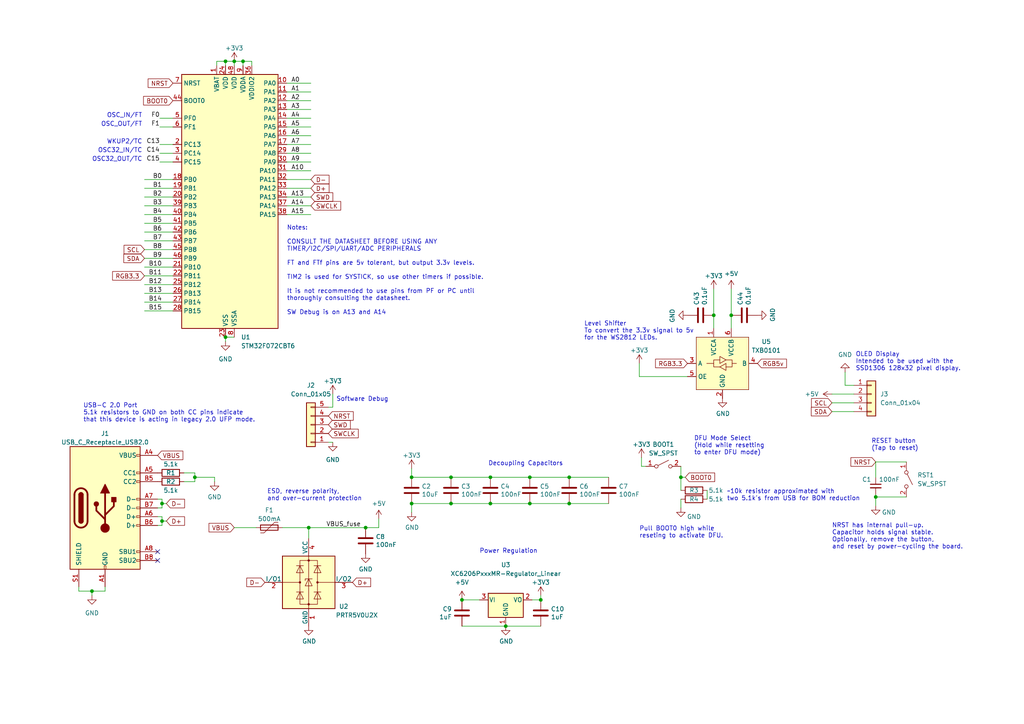
<source format=kicad_sch>
(kicad_sch (version 20250114) (generator "eeschema") (generator_version "9.0")
  (paper "A4")
  (lib_symbols
    (symbol "+5V_1" (power) (pin_names (offset 0))
      (property "Value" "+5V_1" (at 0 3.556 0))
      (symbol "+5V_1_0_1"
        (polyline (pts (xy -0.762 1.27) (xy 0 2.54)))
        (polyline (pts (xy 0 2.54) (xy 0.762 1.27)))
        (polyline (pts (xy 0 0) (xy 0 2.54)))
      )
      (symbol "+5V_1_1_1"
        (pin power_in line (at 0 0 90) (length 0) (hide yes) (name "+5V") (number "1"))
      )
    )
    (symbol "Connector:USB_C_Receptacle_USB2.0" (pin_names (offset 1.016))
      (property "Reference" "J" (at -10.16 19.05 0))
      (property "Value" "USB_C_Receptacle_USB2.0" (at 19.05 19.05 0))
      (symbol "USB_C_Receptacle_USB2.0_0_0"
        (rectangle (start -0.254 -17.78) (end 0.254 -16.764))
        (rectangle (start 10.16 15.494) (end 9.144 14.986))
        (rectangle (start 10.16 10.414) (end 9.144 9.906))
        (rectangle (start 10.16 7.874) (end 9.144 7.366))
        (rectangle (start 10.16 2.794) (end 9.144 2.286))
        (rectangle (start 10.16 0.254) (end 9.144 -0.254))
        (rectangle (start 10.16 -2.286) (end 9.144 -2.794))
        (rectangle (start 10.16 -4.826) (end 9.144 -5.334))
        (rectangle (start 10.16 -12.446) (end 9.144 -12.954))
        (rectangle (start 10.16 -14.986) (end 9.144 -15.494))
      )
      (symbol "USB_C_Receptacle_USB2.0_0_1"
        (rectangle (start -10.16 17.78) (end 10.16 -17.78) (stroke (width 0.254)) (fill (type background)))
        (polyline (pts (xy -8.89 -3.81) (xy -8.89 3.81)) (stroke (width 0.508)))
        (rectangle (start -7.62 -3.81) (end -6.35 3.81) (stroke (width 0.254)) (fill (type outline)))
        (arc (start -7.62 3.81) (mid -6.985 4.4423) (end -6.35 3.81) (stroke (width 0.254)))
        (arc (start -7.62 3.81) (mid -6.985 4.4423) (end -6.35 3.81) (stroke (width 0.254)) (fill (type outline)))
        (arc (start -8.89 3.81) (mid -6.985 5.7067) (end -5.08 3.81) (stroke (width 0.508)))
        (arc (start -5.08 -3.81) (mid -6.985 -5.7067) (end -8.89 -3.81) (stroke (width 0.508)))
        (arc (start -6.35 -3.81) (mid -6.985 -4.4423) (end -7.62 -3.81) (stroke (width 0.254)))
        (arc (start -6.35 -3.81) (mid -6.985 -4.4423) (end -7.62 -3.81) (stroke (width 0.254)) (fill (type outline)))
        (polyline (pts (xy -5.08 3.81) (xy -5.08 -3.81)) (stroke (width 0.508)))
        (circle (center -2.54 1.143) (radius 0.635) (stroke (width 0.254)) (fill (type outline)))
        (polyline (pts (xy -1.27 4.318) (xy 0 6.858) (xy 1.27 4.318) (xy -1.27 4.318)) (stroke (width 0.254)) (fill (type outline)))
        (polyline (pts (xy 0 -2.032) (xy 2.54 0.508) (xy 2.54 1.778)) (stroke (width 0.508)))
        (polyline (pts (xy 0 -3.302) (xy -2.54 -0.762) (xy -2.54 0.508)) (stroke (width 0.508)))
        (polyline (pts (xy 0 -5.842) (xy 0 4.318)) (stroke (width 0.508)))
        (circle (center 0 -5.842) (radius 1.27) (fill (type outline)))
        (rectangle (start 1.905 1.778) (end 3.175 3.048) (stroke (width 0.254)) (fill (type outline)))
      )
      (symbol "USB_C_Receptacle_USB2.0_1_1"
        (pin passive line (at -7.62 -22.86 90) (length 5.08) (name "SHIELD") (number "S1"))
        (pin passive line (at 0 -22.86 90) (length 5.08) (name "GND") (number "A1"))
        (pin passive line (at 0 -22.86 90) (length 5.08) (hide yes) (name "GND") (number "A12"))
        (pin passive line (at 0 -22.86 90) (length 5.08) (hide yes) (name "GND") (number "B1"))
        (pin passive line (at 0 -22.86 90) (length 5.08) (hide yes) (name "GND") (number "B12"))
        (pin passive line (at 15.24 15.24 180) (length 5.08) (name "VBUS") (number "A4"))
        (pin passive line (at 15.24 15.24 180) (length 5.08) (hide yes) (name "VBUS") (number "A9"))
        (pin passive line (at 15.24 15.24 180) (length 5.08) (hide yes) (name "VBUS") (number "B4"))
        (pin passive line (at 15.24 15.24 180) (length 5.08) (hide yes) (name "VBUS") (number "B9"))
        (pin bidirectional line (at 15.24 10.16 180) (length 5.08) (name "CC1") (number "A5"))
        (pin bidirectional line (at 15.24 7.62 180) (length 5.08) (name "CC2") (number "B5"))
        (pin bidirectional line (at 15.24 2.54 180) (length 5.08) (name "D-") (number "A7"))
        (pin bidirectional line (at 15.24 0 180) (length 5.08) (name "D-") (number "B7"))
        (pin bidirectional line (at 15.24 -2.54 180) (length 5.08) (name "D+") (number "A6"))
        (pin bidirectional line (at 15.24 -5.08 180) (length 5.08) (name "D+") (number "B6"))
        (pin bidirectional line (at 15.24 -12.7 180) (length 5.08) (name "SBU1") (number "A8"))
        (pin bidirectional line (at 15.24 -15.24 180) (length 5.08) (name "SBU2") (number "B8"))
      )
    )
    (symbol "Connector_Generic:Conn_01x04" (pin_names (offset 1.016) (hide yes))
      (property "Reference" "J" (at 0 5.08 0))
      (property "Value" "Conn_01x04" (at 0 -7.62 0))
      (symbol "Conn_01x04_1_1"
        (rectangle (start -1.27 3.81) (end 1.27 -6.35) (stroke (width 0.254)) (fill (type background)))
        (rectangle (start -1.27 2.667) (end 0 2.413) (stroke (width 0.1524)))
        (rectangle (start -1.27 0.127) (end 0 -0.127) (stroke (width 0.1524)))
        (rectangle (start -1.27 -2.413) (end 0 -2.667) (stroke (width 0.1524)))
        (rectangle (start -1.27 -4.953) (end 0 -5.207) (stroke (width 0.1524)))
        (pin passive line (at -5.08 2.54 0) (length 3.81) (name "Pin_1") (number "1"))
        (pin passive line (at -5.08 0 0) (length 3.81) (name "Pin_2") (number "2"))
        (pin passive line (at -5.08 -2.54 0) (length 3.81) (name "Pin_3") (number "3"))
        (pin passive line (at -5.08 -5.08 0) (length 3.81) (name "Pin_4") (number "4"))
      )
    )
    (symbol "Connector_Generic:Conn_01x05" (pin_names (offset 1.016) (hide yes))
      (property "Reference" "J" (at 0 7.62 0))
      (property "Value" "Conn_01x05" (at 0 -7.62 0))
      (symbol "Conn_01x05_1_1"
        (rectangle (start -1.27 6.35) (end 1.27 -6.35) (stroke (width 0.254)) (fill (type background)))
        (rectangle (start -1.27 5.207) (end 0 4.953) (stroke (width 0.1524)))
        (rectangle (start -1.27 2.667) (end 0 2.413) (stroke (width 0.1524)))
        (rectangle (start -1.27 0.127) (end 0 -0.127) (stroke (width 0.1524)))
        (rectangle (start -1.27 -2.413) (end 0 -2.667) (stroke (width 0.1524)))
        (rectangle (start -1.27 -4.953) (end 0 -5.207) (stroke (width 0.1524)))
        (pin passive line (at -5.08 5.08 0) (length 3.81) (name "Pin_1") (number "1"))
        (pin passive line (at -5.08 2.54 0) (length 3.81) (name "Pin_2") (number "2"))
        (pin passive line (at -5.08 0 0) (length 3.81) (name "Pin_3") (number "3"))
        (pin passive line (at -5.08 -2.54 0) (length 3.81) (name "Pin_4") (number "4"))
        (pin passive line (at -5.08 -5.08 0) (length 3.81) (name "Pin_5") (number "5"))
      )
    )
    (symbol "Device:C" (pin_numbers (hide yes)) (pin_names (offset 0.254))
      (property "Reference" "C" (at 0.635 2.54 0))
      (property "Value" "C" (at 0.635 -2.54 0))
      (symbol "C_0_1"
        (polyline (pts (xy -2.032 0.762) (xy 2.032 0.762)) (stroke (width 0.508)))
        (polyline (pts (xy -2.032 -0.762) (xy 2.032 -0.762)) (stroke (width 0.508)))
      )
      (symbol "C_1_1"
        (pin passive line (at 0 3.81 270) (length 2.794) (name "~") (number "1"))
        (pin passive line (at 0 -3.81 90) (length 2.794) (name "~") (number "2"))
      )
    )
    (symbol "Device:C_Small" (pin_numbers (hide yes)) (pin_names (offset 0.254) (hide yes))
      (property "Reference" "C" (at 0.254 1.778 0))
      (property "Value" "C_Small" (at 0.254 -2.032 0))
      (symbol "C_Small_0_1"
        (polyline (pts (xy -1.524 0.508) (xy 1.524 0.508)) (stroke (width 0.3048)))
        (polyline (pts (xy -1.524 -0.508) (xy 1.524 -0.508)) (stroke (width 0.3302)))
      )
      (symbol "C_Small_1_1"
        (pin passive line (at 0 2.54 270) (length 2.032) (name "~") (number "1"))
        (pin passive line (at 0 -2.54 90) (length 2.032) (name "~") (number "2"))
      )
    )
    (symbol "Device:Polyfuse" (pin_numbers (hide yes)) (pin_names (offset 0))
      (property "Reference" "F" (at -2.54 0 90))
      (property "Value" "Polyfuse" (at 2.54 0 90))
      (symbol "Polyfuse_0_1"
        (polyline (pts (xy -1.524 2.54) (xy -1.524 1.524) (xy 1.524 -1.524) (xy 1.524 -2.54)))
        (rectangle (start -0.762 2.54) (end 0.762 -2.54) (stroke (width 0.254)))
        (polyline (pts (xy 0 2.54) (xy 0 -2.54)))
      )
      (symbol "Polyfuse_1_1"
        (pin passive line (at 0 3.81 270) (length 1.27) (name "~") (number "1"))
        (pin passive line (at 0 -3.81 90) (length 1.27) (name "~") (number "2"))
      )
    )
    (symbol "Device:R" (pin_numbers (hide yes)) (pin_names (offset 0))
      (property "Reference" "R" (at 2.032 0 90))
      (property "Value" "R" (at 0 0 90))
      (symbol "R_0_1"
        (rectangle (start -1.016 -2.54) (end 1.016 2.54) (stroke (width 0.254)))
      )
      (symbol "R_1_1"
        (pin passive line (at 0 3.81 270) (length 1.27) (name "~") (number "1"))
        (pin passive line (at 0 -3.81 90) (length 1.27) (name "~") (number "2"))
      )
    )
    (symbol "MCU_ST_STM32F0:STM32F072CBTx"
      (property "Reference" "U" (at -12.7 39.37 0))
      (property "Value" "STM32F072CBTx" (at 10.16 39.37 0))
      (symbol "STM32F072CBTx_0_1"
        (rectangle (start -12.7 -35.56) (end 15.24 38.1) (stroke (width 0.254)) (fill (type background)))
      )
      (symbol "STM32F072CBTx_1_1"
        (pin input line (at -15.24 35.56 0) (length 2.54) (name "NRST") (number "7"))
        (pin input line (at -15.24 30.48 0) (length 2.54) (name "BOOT0") (number "44"))
        (pin bidirectional line (at -15.24 25.4 0) (length 2.54) (name "PF0") (number "5"))
        (pin bidirectional line (at -15.24 22.86 0) (length 2.54) (name "PF1") (number "6"))
        (pin bidirectional line (at -15.24 17.78 0) (length 2.54) (name "PC13") (number "2"))
        (pin bidirectional line (at -15.24 15.24 0) (length 2.54) (name "PC14") (number "3"))
        (pin bidirectional line (at -15.24 12.7 0) (length 2.54) (name "PC15") (number "4"))
        (pin bidirectional line (at -15.24 7.62 0) (length 2.54) (name "PB0") (number "18"))
        (pin bidirectional line (at -15.24 5.08 0) (length 2.54) (name "PB1") (number "19"))
        (pin bidirectional line (at -15.24 2.54 0) (length 2.54) (name "PB2") (number "20"))
        (pin bidirectional line (at -15.24 0 0) (length 2.54) (name "PB3") (number "39"))
        (pin bidirectional line (at -15.24 -2.54 0) (length 2.54) (name "PB4") (number "40"))
        (pin bidirectional line (at -15.24 -5.08 0) (length 2.54) (name "PB5") (number "41"))
        (pin bidirectional line (at -15.24 -7.62 0) (length 2.54) (name "PB6") (number "42"))
        (pin bidirectional line (at -15.24 -10.16 0) (length 2.54) (name "PB7") (number "43"))
        (pin bidirectional line (at -15.24 -12.7 0) (length 2.54) (name "PB8") (number "45"))
        (pin bidirectional line (at -15.24 -15.24 0) (length 2.54) (name "PB9") (number "46"))
        (pin bidirectional line (at -15.24 -17.78 0) (length 2.54) (name "PB10") (number "21"))
        (pin bidirectional line (at -15.24 -20.32 0) (length 2.54) (name "PB11") (number "22"))
        (pin bidirectional line (at -15.24 -22.86 0) (length 2.54) (name "PB12") (number "25"))
        (pin bidirectional line (at -15.24 -25.4 0) (length 2.54) (name "PB13") (number "26"))
        (pin bidirectional line (at -15.24 -27.94 0) (length 2.54) (name "PB14") (number "27"))
        (pin bidirectional line (at -15.24 -30.48 0) (length 2.54) (name "PB15") (number "28"))
        (pin power_in line (at -2.54 40.64 270) (length 2.54) (name "VBAT") (number "1"))
        (pin power_in line (at 0 40.64 270) (length 2.54) (name "VDD") (number "24"))
        (pin power_in line (at 0 -38.1 90) (length 2.54) (name "VSS") (number "23"))
        (pin passive line (at 0 -38.1 90) (length 2.54) (hide yes) (name "VSS") (number "35"))
        (pin passive line (at 0 -38.1 90) (length 2.54) (hide yes) (name "VSS") (number "47"))
        (pin power_in line (at 2.54 40.64 270) (length 2.54) (name "VDD") (number "48"))
        (pin power_in line (at 2.54 -38.1 90) (length 2.54) (name "VSSA") (number "8"))
        (pin power_in line (at 5.08 40.64 270) (length 2.54) (name "VDDA") (number "9"))
        (pin power_in line (at 7.62 40.64 270) (length 2.54) (name "VDDIO2") (number "36"))
        (pin bidirectional line (at 17.78 35.56 180) (length 2.54) (name "PA0") (number "10"))
        (pin bidirectional line (at 17.78 33.02 180) (length 2.54) (name "PA1") (number "11"))
        (pin bidirectional line (at 17.78 30.48 180) (length 2.54) (name "PA2") (number "12"))
        (pin bidirectional line (at 17.78 27.94 180) (length 2.54) (name "PA3") (number "13"))
        (pin bidirectional line (at 17.78 25.4 180) (length 2.54) (name "PA4") (number "14"))
        (pin bidirectional line (at 17.78 22.86 180) (length 2.54) (name "PA5") (number "15"))
        (pin bidirectional line (at 17.78 20.32 180) (length 2.54) (name "PA6") (number "16"))
        (pin bidirectional line (at 17.78 17.78 180) (length 2.54) (name "PA7") (number "17"))
        (pin bidirectional line (at 17.78 15.24 180) (length 2.54) (name "PA8") (number "29"))
        (pin bidirectional line (at 17.78 12.7 180) (length 2.54) (name "PA9") (number "30"))
        (pin bidirectional line (at 17.78 10.16 180) (length 2.54) (name "PA10") (number "31"))
        (pin bidirectional line (at 17.78 7.62 180) (length 2.54) (name "PA11") (number "32"))
        (pin bidirectional line (at 17.78 5.08 180) (length 2.54) (name "PA12") (number "33"))
        (pin bidirectional line (at 17.78 2.54 180) (length 2.54) (name "PA13") (number "34"))
        (pin bidirectional line (at 17.78 0 180) (length 2.54) (name "PA14") (number "37"))
        (pin bidirectional line (at 17.78 -2.54 180) (length 2.54) (name "PA15") (number "38"))
      )
    )
    (symbol "PCM_marbastlib-various:TXB0101"
      (property "Reference" "U" (at -6.35 11.43 0))
      (property "Value" "TXB0101" (at 3.81 11.43 0))
      (symbol "TXB0101_0_1"
        (rectangle (start -7.62 10.16) (end 7.62 -5.08) (fill (type background)))
        (polyline (pts (xy -2.54 2.54) (xy -2.54 3.556) (xy -0.762 3.556)))
        (polyline (pts (xy -0.762 2.54) (xy -0.762 4.572) (xy 1.016 3.556) (xy -0.762 2.54)))
        (polyline (pts (xy -0.762 1.524) (xy -2.54 1.524) (xy -2.54 2.54) (xy -4.572 2.54)))
        (polyline (pts (xy 1.016 3.556) (xy 2.794 3.556) (xy 2.794 2.54) (xy 4.064 2.54)))
        (polyline (pts (xy 1.016 2.54) (xy 1.016 0.762) (xy 1.016 0.508) (xy -0.762 1.524) (xy 1.016 2.54)))
        (polyline (pts (xy 2.794 2.54) (xy 2.794 1.524) (xy 1.016 1.524)))
      )
      (symbol "TXB0101_1_1"
        (pin bidirectional line (at -10.16 2.54 0) (length 2.54) (name "A") (number "3"))
        (pin input line (at -10.16 -1.27 0) (length 2.54) (name "OE") (number "5"))
        (pin power_in line (at -2.54 12.7 270) (length 2.54) (name "VCCA") (number "1"))
        (pin power_in line (at 0 -7.62 90) (length 2.54) (name "GND") (number "2"))
        (pin power_in line (at 2.54 12.7 270) (length 2.54) (name "VCCB") (number "6"))
        (pin bidirectional line (at 10.16 2.54 180) (length 2.54) (name "B") (number "4"))
      )
    )
    (symbol "Power_Protection:PRTR5V0U2X" (pin_names (offset 0))
      (property "Reference" "D" (at 2.794 8.636 0))
      (property "Value" "PRTR5V0U2X" (at 8.128 -9.398 0))
      (symbol "PRTR5V0U2X_0_1"
        (rectangle (start -7.62 -7.62) (end 7.62 7.62) (stroke (width 0.254)) (fill (type background)))
        (polyline (pts (xy -3.556 2.794) (xy -1.524 2.794) (xy -2.54 4.826) (xy -3.556 2.794)))
        (polyline (pts (xy -3.556 -4.826) (xy -1.524 -4.826) (xy -2.54 -2.794) (xy -3.556 -4.826)))
        (rectangle (start -2.54 6.35) (end 2.54 -6.35))
        (circle (center -2.54 0) (radius 0.254) (fill (type outline)))
        (polyline (pts (xy -2.54 0) (xy -7.62 0)))
        (polyline (pts (xy -1.524 4.826) (xy -3.556 4.826)))
        (polyline (pts (xy -1.524 -2.794) (xy -3.556 -2.794)))
        (polyline (pts (xy -1.016 -1.016) (xy 1.016 -1.016) (xy 0 1.016) (xy -1.016 -1.016)))
        (circle (center 0 6.35) (radius 0.254) (fill (type outline)))
        (circle (center 0 -6.35) (radius 0.254) (fill (type outline)))
        (polyline (pts (xy 0 -7.62) (xy 0 7.62)))
        (polyline (pts (xy 1.016 1.016) (xy -1.016 1.016) (xy -1.016 0.508)))
        (polyline (pts (xy 1.524 4.826) (xy 3.556 4.826)))
        (polyline (pts (xy 1.524 -2.794) (xy 3.556 -2.794)))
        (polyline (pts (xy 2.54 0) (xy 7.62 0)))
        (circle (center 2.54 0) (radius 0.254) (fill (type outline)))
        (polyline (pts (xy 3.556 2.794) (xy 1.524 2.794) (xy 2.54 4.826) (xy 3.556 2.794)))
        (polyline (pts (xy 3.556 -4.826) (xy 1.524 -4.826) (xy 2.54 -2.794) (xy 3.556 -4.826)))
      )
      (symbol "PRTR5V0U2X_1_1"
        (pin passive line (at -12.7 0 0) (length 5.08) (name "I/O1") (number "2"))
        (pin passive line (at 0 12.7 270) (length 5.08) (name "VCC") (number "4"))
        (pin passive line (at 0 -12.7 90) (length 5.08) (name "GND") (number "1"))
        (pin passive line (at 12.7 0 180) (length 5.08) (name "I/O2") (number "3"))
      )
    )
    (symbol "Switch:SW_SPST" (pin_names (offset 0) (hide yes))
      (property "Reference" "SW" (at 0 3.175 0))
      (property "Value" "SW_SPST" (at 0 -2.54 0))
      (symbol "SW_SPST_0_0"
        (circle (center -2.032 0) (radius 0.508))
        (polyline (pts (xy -1.524 0.254) (xy 1.524 1.778)))
        (circle (center 2.032 0) (radius 0.508))
      )
      (symbol "SW_SPST_1_1"
        (pin passive line (at -5.08 0 0) (length 2.54) (name "A") (number "1"))
        (pin passive line (at 5.08 0 180) (length 2.54) (name "B") (number "2"))
      )
    )
    (symbol "kicad-keyboard-parts:XC6206PxxxMR-Regulator_Linear" (pin_names (offset 0.254))
      (property "Reference" "U" (at -3.81 3.175 0))
      (property "Value" "XC6206PxxxMR-Regulator_Linear" (at 0 3.175 0))
      (property "LCSC" "C5446" (at 0 0 0))
      (symbol "XC6206PxxxMR-Regulator_Linear_0_1"
        (rectangle (start -5.08 1.905) (end 5.08 -5.08) (stroke (width 0.254)) (fill (type background)))
      )
      (symbol "XC6206PxxxMR-Regulator_Linear_1_1"
        (pin power_in line (at -7.62 0 0) (length 2.54) (name "VI") (number "3"))
        (pin power_in line (at 0 -7.62 90) (length 2.54) (name "GND") (number "1"))
        (pin power_out line (at 7.62 0 180) (length 2.54) (name "VO") (number "2"))
      )
    )
    (symbol "power:+3V3" (power) (pin_names (offset 0))
      (property "Value" "+3V3" (at 0 3.556 0))
      (symbol "+3V3_0_1"
        (polyline (pts (xy -0.762 1.27) (xy 0 2.54)))
        (polyline (pts (xy 0 2.54) (xy 0.762 1.27)))
        (polyline (pts (xy 0 0) (xy 0 2.54)))
      )
      (symbol "+3V3_1_1"
        (pin power_in line (at 0 0 90) (length 0) (hide yes) (name "+3V3") (number "1"))
      )
    )
    (symbol "power:+5V" (power) (pin_names (offset 0))
      (property "Value" "+5V" (at 0 3.556 0))
      (symbol "+5V_0_1"
        (polyline (pts (xy -0.762 1.27) (xy 0 2.54)))
        (polyline (pts (xy 0 2.54) (xy 0.762 1.27)))
        (polyline (pts (xy 0 0) (xy 0 2.54)))
      )
      (symbol "+5V_1_1"
        (pin power_in line (at 0 0 90) (length 0) (hide yes) (name "+5V") (number "1"))
      )
    )
    (symbol "power:GND" (power) (pin_names (offset 0))
      (property "Value" "GND" (at 0 -3.81 0))
      (symbol "GND_0_1"
        (polyline (pts (xy 0 0) (xy 0 -1.27) (xy 1.27 -1.27) (xy 0 -2.54) (xy -1.27 -1.27) (xy 0 -1.27)))
      )
      (symbol "GND_1_1"
        (pin power_in line (at 0 0 270) (length 0) (hide yes) (name "GND") (number "1"))
      )
    )
  )
  (text "Decoupling Capacitors" (at 141.605 135.255 0) (effects (font (size 1.27 1.27)) (justify left bottom)))
  (text "~10k resistor approximated with\ntwo 5.1k's from USB for BOM reduction" (at 210.82 145.415 0) (effects (font (size 1.27 1.27)) (justify left bottom)))
  (text "Notes:\n\nCONSULT THE DATASHEET BEFORE USING ANY \nTIMER/I2C/SPI/UART/ADC PERIPHERALS\n\nFT and FTf pins are 5v tolerant, but output 3.3v levels.\n\nTIM2 is used for SYSTICK, so use other timers if possible.\n\nIt is not recommended to use pins from PF or PC until\nthoroughly consulting the datasheet.\n\nSW Debug is on A13 and A14" (at 83.185 91.44 0) (effects (font (size 1.27 1.27)) (justify left bottom)))
  (text "RESET button\n(Tap to reset)" (at 252.73 130.81 0) (effects (font (size 1.27 1.27)) (justify left bottom)))
  (text "Power Regulation" (at 139.065 160.655 0) (effects (font (size 1.27 1.27)) (justify left bottom)))
  (text "OSC_IN/FT" (at 41.275 34.29 0) (effects (font (size 1.27 1.27)) (justify right bottom)))
  (text "OLED Display\nIntended to be used with the \nSSD1306 128x32 pixel display." (at 248.158 107.696 0) (effects (font (size 1.27 1.27)) (justify left bottom)))
  (text "OSC32_OUT/TC" (at 41.275 46.99 0) (effects (font (size 1.27 1.27)) (justify right bottom)))
  (text "USB-C 2.0 Port\n5.1k resistors to GND on both CC pins indicate\nthat this device is acting in legacy 2.0 UFP mode." (at 24.13 122.555 0) (effects (font (size 1.27 1.27)) (justify left bottom)))
  (text "WKUP2/TC" (at 41.275 41.91 0) (effects (font (size 1.27 1.27)) (justify right bottom)))
  (text "OSC_OUT/FT" (at 41.275 36.83 0) (effects (font (size 1.27 1.27)) (justify right bottom)))
  (text "ESD, reverse polarity,\nand over-current protection" (at 77.47 145.415 0) (effects (font (size 1.27 1.27)) (justify left bottom)))
  (text "Software Debug" (at 97.536 116.586 0) (effects (font (size 1.27 1.27)) (justify left bottom)))
  (text "NRST has internal pull-up.\nCapacitor holds signal stable.\nOptionally, remove the button,\nand reset by power-cycling the board." (at 241.3 159.385 0) (effects (font (size 1.27 1.27)) (justify left bottom)))
  (text "OSC32_IN/TC" (at 41.275 44.45 0) (effects (font (size 1.27 1.27)) (justify right bottom)))
  (text "Pull BOOT0 high while \nreseting to activate DFU." (at 185.42 156.21 0) (effects (font (size 1.27 1.27)) (justify left bottom)))
  (text "Level Shifter\nTo convert the 3.3v signal to 5v\nfor the WS2812 LEDs." (at 169.418 98.806 0) (effects (font (size 1.27 1.27)) (justify left bottom)))
  (text "DFU Mode Select\n(Hold while resetting\nto enter DFU mode)" (at 201.295 132.08 0) (effects (font (size 1.27 1.27)) (justify left bottom)))
  (junction (at 119.38 138.43))
  (junction (at 207.01 91.44))
  (junction (at 56.515 138.43))
  (junction (at 65.405 17.78))
  (junction (at 67.945 17.78))
  (junction (at 46.99 151.13))
  (junction (at 46.99 146.05))
  (junction (at 153.67 138.43))
  (junction (at 89.535 153.035))
  (junction (at 119.38 146.05))
  (junction (at 65.405 97.79))
  (junction (at 130.81 138.43))
  (junction (at 165.1 138.43))
  (junction (at 130.81 146.05))
  (junction (at 197.485 138.43))
  (junction (at 212.09 91.44))
  (junction (at 142.24 138.43))
  (junction (at 146.685 181.61) (diameter 0.9144))
  (junction (at 142.24 146.05))
  (junction (at 106.045 153.035))
  (junction (at 165.1 146.05))
  (junction (at 70.485 17.78))
  (junction (at 153.67 146.05))
  (junction (at 254 144.145))
  (junction (at 156.845 173.99))
  (junction (at 26.67 171.45))
  (junction (at 133.985 173.99))
  (no_connect (at 45.72 160.02))
  (no_connect (at 45.72 162.56))
  (wire (pts (xy 41.91 82.55) (xy 50.165 82.55)))
  (wire (pts (xy 83.185 44.45) (xy 90.17 44.45)))
  (wire (pts (xy 83.185 39.37) (xy 90.17 39.37)))
  (wire (pts (xy 165.1 146.05) (xy 176.53 146.05)))
  (wire (pts (xy 106.045 153.035) (xy 109.855 153.035)))
  (wire (pts (xy 119.38 135.89) (xy 119.38 138.43)))
  (wire (pts (xy 109.855 150.495) (xy 109.855 153.035)))
  (wire (pts (xy 41.91 85.09) (xy 50.165 85.09)))
  (wire (pts (xy 142.24 138.43) (xy 130.81 138.43)))
  (wire (pts (xy 46.99 144.78) (xy 46.99 146.05)))
  (wire (pts (xy 62.23 138.43) (xy 62.23 139.7)))
  (wire (pts (xy 207.01 83.82) (xy 207.01 91.44)))
  (wire (pts (xy 83.185 57.15) (xy 90.17 57.15)))
  (wire (pts (xy 46.99 152.4) (xy 46.99 151.13)))
  (wire (pts (xy 46.355 44.45) (xy 50.165 44.45)))
  (wire (pts (xy 130.81 138.43) (xy 119.38 138.43)))
  (wire (pts (xy 142.24 146.05) (xy 153.67 146.05)))
  (wire (pts (xy 96.52 114.3) (xy 96.52 118.11)))
  (wire (pts (xy 65.405 17.78) (xy 65.405 19.05)))
  (wire (pts (xy 119.38 148.59) (xy 119.38 146.05)))
  (wire (pts (xy 83.185 54.61) (xy 90.17 54.61)))
  (wire (pts (xy 185.42 109.22) (xy 199.39 109.22)))
  (wire (pts (xy 41.91 59.69) (xy 50.165 59.69)))
  (wire (pts (xy 46.355 36.83) (xy 50.165 36.83)))
  (wire (pts (xy 56.515 139.7) (xy 56.515 138.43)))
  (wire (pts (xy 41.91 72.39) (xy 50.165 72.39)))
  (wire (pts (xy 46.355 46.99) (xy 50.165 46.99)))
  (wire (pts (xy 41.91 69.85) (xy 50.165 69.85)))
  (wire (pts (xy 146.685 181.61) (xy 156.845 181.61)))
  (wire (pts (xy 197.485 135.255) (xy 197.485 138.43)))
  (wire (pts (xy 65.405 99.06) (xy 65.405 97.79)))
  (wire (pts (xy 45.72 149.86) (xy 46.99 149.86)))
  (wire (pts (xy 56.515 138.43) (xy 62.23 138.43)))
  (wire (pts (xy 156.845 172.72) (xy 156.845 173.99)))
  (wire (pts (xy 83.185 62.23) (xy 90.17 62.23)))
  (wire (pts (xy 65.405 97.79) (xy 67.945 97.79)))
  (wire (pts (xy 241.3 119.38) (xy 247.65 119.38)))
  (wire (pts (xy 83.185 49.53) (xy 90.17 49.53)))
  (wire (pts (xy 153.67 138.43) (xy 165.1 138.43)))
  (wire (pts (xy 96.52 118.11) (xy 95.25 118.11)))
  (wire (pts (xy 62.865 17.78) (xy 65.405 17.78)))
  (wire (pts (xy 83.185 34.29) (xy 90.17 34.29)))
  (wire (pts (xy 41.91 80.01) (xy 50.165 80.01)))
  (wire (pts (xy 205.105 142.24) (xy 205.105 144.78)))
  (wire (pts (xy 41.91 87.63) (xy 50.165 87.63)))
  (wire (pts (xy 41.91 57.15) (xy 50.165 57.15)))
  (wire (pts (xy 46.99 146.05) (xy 46.99 147.32)))
  (wire (pts (xy 83.185 59.69) (xy 90.17 59.69)))
  (wire (pts (xy 65.405 17.78) (xy 67.945 17.78)))
  (wire (pts (xy 185.42 109.22) (xy 185.42 105.41)))
  (wire (pts (xy 212.09 83.82) (xy 212.09 91.44)))
  (wire (pts (xy 62.865 17.78) (xy 62.865 19.05)))
  (wire (pts (xy 46.355 41.91) (xy 50.165 41.91)))
  (wire (pts (xy 133.985 173.99) (xy 139.065 173.99)))
  (wire (pts (xy 154.305 173.99) (xy 156.845 173.99)))
  (wire (pts (xy 67.945 153.035) (xy 74.295 153.035)))
  (wire (pts (xy 142.24 146.05) (xy 130.81 146.05)))
  (wire (pts (xy 41.91 54.61) (xy 50.165 54.61)))
  (wire (pts (xy 254 133.985) (xy 254 138.43)))
  (wire (pts (xy 197.485 138.43) (xy 197.485 142.24)))
  (wire (pts (xy 45.72 147.32) (xy 46.99 147.32)))
  (wire (pts (xy 197.485 144.78) (xy 197.485 147.32)))
  (wire (pts (xy 254 133.985) (xy 262.89 133.985)))
  (wire (pts (xy 130.81 146.05) (xy 119.38 146.05)))
  (wire (pts (xy 83.185 24.13) (xy 90.17 24.13)))
  (wire (pts (xy 254 144.145) (xy 262.89 144.145)))
  (wire (pts (xy 30.48 171.45) (xy 30.48 170.18)))
  (wire (pts (xy 46.99 149.86) (xy 46.99 151.13)))
  (wire (pts (xy 241.3 114.3) (xy 247.65 114.3)))
  (wire (pts (xy 95.25 128.27) (xy 96.52 128.27)))
  (wire (pts (xy 83.185 29.21) (xy 90.17 29.21)))
  (wire (pts (xy 22.86 171.45) (xy 26.67 171.45)))
  (wire (pts (xy 89.535 153.035) (xy 106.045 153.035)))
  (wire (pts (xy 83.185 46.99) (xy 90.17 46.99)))
  (wire (pts (xy 142.24 138.43) (xy 153.67 138.43)))
  (wire (pts (xy 197.485 138.43) (xy 198.755 138.43)))
  (wire (pts (xy 46.99 146.05) (xy 48.26 146.05)))
  (wire (pts (xy 70.485 17.78) (xy 67.945 17.78)))
  (wire (pts (xy 41.91 67.31) (xy 50.165 67.31)))
  (wire (pts (xy 46.99 151.13) (xy 48.26 151.13)))
  (wire (pts (xy 73.025 17.78) (xy 73.025 19.05)))
  (wire (pts (xy 83.185 36.83) (xy 90.17 36.83)))
  (wire (pts (xy 247.65 111.76) (xy 245.11 111.76)))
  (wire (pts (xy 41.91 52.07) (xy 50.165 52.07)))
  (wire (pts (xy 146.685 181.61) (xy 133.985 181.61)))
  (wire (pts (xy 41.91 90.17) (xy 50.165 90.17)))
  (wire (pts (xy 41.91 74.93) (xy 50.165 74.93)))
  (wire (pts (xy 45.72 144.78) (xy 46.99 144.78)))
  (wire (pts (xy 83.185 31.75) (xy 90.17 31.75)))
  (wire (pts (xy 67.945 17.78) (xy 67.945 19.05)))
  (wire (pts (xy 187.325 135.255) (xy 186.055 135.255)))
  (wire (pts (xy 165.1 138.43) (xy 176.53 138.43)))
  (wire (pts (xy 26.67 171.45) (xy 30.48 171.45)))
  (wire (pts (xy 45.72 152.4) (xy 46.99 152.4)))
  (wire (pts (xy 207.01 91.44) (xy 207.01 95.25)))
  (wire (pts (xy 83.185 52.07) (xy 90.17 52.07)))
  (wire (pts (xy 46.355 34.29) (xy 50.165 34.29)))
  (wire (pts (xy 26.67 172.72) (xy 26.67 171.45)))
  (wire (pts (xy 41.91 77.47) (xy 50.165 77.47)))
  (wire (pts (xy 245.11 111.76) (xy 245.11 107.95)))
  (wire (pts (xy 70.485 17.78) (xy 70.485 19.05)))
  (wire (pts (xy 186.055 135.255) (xy 186.055 132.715)))
  (wire (pts (xy 53.34 139.7) (xy 56.515 139.7)))
  (wire (pts (xy 83.185 41.91) (xy 90.17 41.91)))
  (wire (pts (xy 153.67 146.05) (xy 165.1 146.05)))
  (wire (pts (xy 22.86 170.18) (xy 22.86 171.45)))
  (wire (pts (xy 254 144.145) (xy 254 143.51)))
  (wire (pts (xy 212.09 91.44) (xy 212.09 95.25)))
  (wire (pts (xy 53.34 137.16) (xy 56.515 137.16)))
  (wire (pts (xy 41.91 62.23) (xy 50.165 62.23)))
  (wire (pts (xy 254 146.685) (xy 254 144.145)))
  (wire (pts (xy 89.535 153.035) (xy 89.535 156.21)))
  (wire (pts (xy 241.3 116.84) (xy 247.65 116.84)))
  (wire (pts (xy 81.915 153.035) (xy 89.535 153.035)))
  (wire (pts (xy 56.515 138.43) (xy 56.515 137.16)))
  (wire (pts (xy 83.185 26.67) (xy 90.17 26.67)))
  (wire (pts (xy 41.91 64.77) (xy 50.165 64.77)))
  (wire (pts (xy 70.485 17.78) (xy 73.025 17.78)))
  (label "A0" (at 84.455 24.13 0))
  (label "B11" (at 46.99 80.01 180))
  (label "C13" (at 46.355 41.91 180))
  (label "A6" (at 84.455 39.37 0))
  (label "B4" (at 46.99 62.23 180))
  (label "A7" (at 84.455 41.91 0))
  (label "A4" (at 84.455 34.29 0))
  (label "B2" (at 46.99 57.15 180))
  (label "B8" (at 46.99 72.39 180))
  (label "F0" (at 46.355 34.29 180))
  (label "B13" (at 46.99 85.09 180))
  (label "A3" (at 84.455 31.75 0))
  (label "A10" (at 84.455 49.53 0))
  (label "A9" (at 84.455 46.99 0))
  (label "C14" (at 46.355 44.45 180))
  (label "A2" (at 84.455 29.21 0))
  (label "B5" (at 46.99 64.77 180))
  (label "B0" (at 46.99 52.07 180))
  (label "F1" (at 46.355 36.83 180))
  (label "C15" (at 46.355 46.99 180))
  (label "A8" (at 84.455 44.45 0))
  (label "B1" (at 46.99 54.61 180))
  (label "B7" (at 46.99 69.85 180))
  (label "B10" (at 46.99 77.47 180))
  (label "B9" (at 46.99 74.93 180))
  (label "B6" (at 46.99 67.31 180))
  (label "A13" (at 84.455 57.15 0))
  (label "VBUS_fuse" (at 94.615 153.035 0))
  (label "A1" (at 84.455 26.67 0))
  (label "B3" (at 46.99 59.69 180))
  (label "B15" (at 46.99 90.17 180))
  (label "A5" (at 84.455 36.83 0))
  (label "B14" (at 46.99 87.63 180))
  (label "A15" (at 84.455 62.23 0))
  (label "A14" (at 84.455 59.69 0))
  (label "B12" (at 46.99 82.55 180))
  (global_label "RGB5v" (shape input) (at 219.71 105.41 0) (property "Intersheetrefs" "${INTERSHEET_REFS}" (effects (hide yes))))
  (global_label "SDA" (shape input) (at 41.91 74.93 180) (property "Intersheetrefs" "${INTERSHEET_REFS}" (effects (hide yes))))
  (global_label "SWD" (shape input) (at 90.17 57.15 0) (property "Intersheetrefs" "${INTERSHEET_REFS}" (effects (hide yes))))
  (global_label "RGB3.3" (shape input) (at 199.39 105.41 180) (property "Intersheetrefs" "${INTERSHEET_REFS}" (effects (hide yes))))
  (global_label "SWCLK" (shape input) (at 95.25 125.73 0) (property "Intersheetrefs" "${INTERSHEET_REFS}" (effects (hide yes))))
  (global_label "NRST" (shape input) (at 254 133.985 180) (property "Intersheetrefs" "${INTERSHEET_REFS}" (effects (hide yes))))
  (global_label "SCL" (shape input) (at 41.91 72.39 180) (property "Intersheetrefs" "${INTERSHEET_REFS}" (effects (hide yes))))
  (global_label "VBUS" (shape input) (at 45.72 132.08 0) (property "Intersheetrefs" "${INTERSHEET_REFS}" (effects (hide yes))))
  (global_label "BOOT0" (shape input) (at 198.755 138.43 0) (property "Intersheetrefs" "${INTERSHEET_REFS}" (effects (hide yes))))
  (global_label "SDA" (shape input) (at 241.3 119.38 180) (property "Intersheetrefs" "${INTERSHEET_REFS}" (effects (hide yes))))
  (global_label "BOOT0" (shape input) (at 50.165 29.21 180) (property "Intersheetrefs" "${INTERSHEET_REFS}" (effects (hide yes))))
  (global_label "SWD" (shape input) (at 95.25 123.19 0) (property "Intersheetrefs" "${INTERSHEET_REFS}" (effects (hide yes))))
  (global_label "NRST" (shape input) (at 95.25 120.65 0) (property "Intersheetrefs" "${INTERSHEET_REFS}" (effects (hide yes))))
  (global_label "D-" (shape input) (at 48.26 146.05 0) (property "Intersheetrefs" "${INTERSHEET_REFS}" (effects (hide yes))))
  (global_label "NRST" (shape input) (at 50.165 24.13 180) (property "Intersheetrefs" "${INTERSHEET_REFS}" (effects (hide yes))))
  (global_label "SCL" (shape input) (at 241.3 116.84 180) (property "Intersheetrefs" "${INTERSHEET_REFS}" (effects (hide yes))))
  (global_label "RGB3.3" (shape input) (at 41.91 80.01 180) (property "Intersheetrefs" "${INTERSHEET_REFS}" (effects (hide yes))))
  (global_label "D-" (shape input) (at 90.17 52.07 0) (property "Intersheetrefs" "${INTERSHEET_REFS}" (effects (hide yes))))
  (global_label "SWCLK" (shape input) (at 90.17 59.69 0) (property "Intersheetrefs" "${INTERSHEET_REFS}" (effects (hide yes))))
  (global_label "D+" (shape input) (at 48.26 151.13 0) (property "Intersheetrefs" "${INTERSHEET_REFS}" (effects (hide yes))))
  (global_label "D+" (shape input) (at 102.235 168.91 0) (property "Intersheetrefs" "${INTERSHEET_REFS}" (effects (hide yes))))
  (global_label "D-" (shape input) (at 76.835 168.91 180) (property "Intersheetrefs" "${INTERSHEET_REFS}" (effects (hide yes))))
  (global_label "D+" (shape input) (at 90.17 54.61 0) (property "Intersheetrefs" "${INTERSHEET_REFS}" (effects (hide yes))))
  (global_label "VBUS" (shape input) (at 67.945 153.035 180) (property "Intersheetrefs" "${INTERSHEET_REFS}" (effects (hide yes))))
  (symbol (lib_id "power:GND") (at 146.685 181.61 0) (unit 1)
    (property "Reference" "#PWR015" (effects (hide yes)))
    (property "Value" "GND" (at 146.812 186.0042 0))
  )
  (symbol (lib_id "power:+5V") (at 133.985 173.99 0) (unit 1)
    (property "Reference" "#PWR013" (effects (hide yes)))
    (property "Value" "+5V" (at 133.985 168.91 0))
  )
  (symbol (lib_id "Device:C") (at 156.845 177.8 0) (unit 1)
    (property "Reference" "C10" (at 159.766 176.6316 0) (effects (justify left)))
    (property "Value" "1uF" (at 159.766 178.943 0) (effects (justify left)))
    (property "Footprint" "Capacitor_SMD:C_0402_1005Metric" (effects (hide yes)))
    (property "LCSC" "C307331" (effects (hide yes)))
  )
  (symbol (lib_id "power:GND") (at 245.11 107.95 180) (unit 1)
    (property "Reference" "#PWR074" (effects (hide yes)))
    (property "Value" "GND" (at 245.11 102.87 0))
  )
  (symbol (lib_id "power:GND") (at 106.045 160.655 0) (unit 1)
    (property "Reference" "#PWR010" (effects (hide yes)))
    (property "Value" "GND" (at 106.045 165.1 0))
  )
  (symbol (lib_id "MCU_ST_STM32F0:STM32F072CBTx") (at 65.405 59.69 0) (unit 1)
    (property "Reference" "U1" (at 69.9009 97.79 0) (effects (justify left)))
    (property "Value" "STM32F072CBT6" (at 69.9009 100.33 0) (effects (justify left)))
    (property "Footprint" "Package_QFP:LQFP-48_7x7mm_P0.5mm" (effects (hide yes)))
    (property "Datasheet" "https://www.st.com/resource/en/datasheet/stm32f072cb.pdf" (effects (hide yes)))
    (property "JlcRotOffset" "90" (effects (hide yes)))
  )
  (symbol (lib_id "power:+3V3") (at 185.42 105.41 0) (unit 1)
    (property "Reference" "#PWR063" (effects (hide yes)))
    (property "Value" "+3V3" (at 185.42 101.6 0))
  )
  (symbol (lib_id "Device:C") (at 106.045 156.845 0) (unit 1)
    (property "Reference" "C8" (at 108.966 155.6766 0) (effects (justify left)))
    (property "Value" "100nF" (at 108.966 157.988 0) (effects (justify left)))
    (property "Footprint" "Capacitor_SMD:C_0402_1005Metric" (effects (hide yes)))
    (property "LCSC" "C307331" (effects (hide yes)))
  )
  (symbol (lib_id "Connector_Generic:Conn_01x04") (at 252.73 114.3 0) (unit 1)
    (property "Reference" "J3" (at 255.27 114.2999 0) (effects (justify left)))
    (property "Value" "Conn_01x04" (at 255.27 116.8399 0) (effects (justify left)))
    (property "Footprint" "KiCad-SSD1306-0.91-OLED-4pin-128x32.pretty-master:SSD1306-0.91-OLED-4pin-128x32" (effects (hide yes)))
    (property "Description" "Generic connector, single row, 01x04, script generated (kicad-library-utils/schlib/autogen/connector/)" (effects (hide yes)))
  )
  (symbol (lib_id "Device:C_Small") (at 254 140.97 0) (mirror y) (unit 1)
    (property "Reference" "C1" (at 252.73 139.065 0) (effects (justify left)))
    (property "Value" "100nF" (at 260.985 139.065 0) (effects (justify left)))
    (property "Footprint" "Capacitor_SMD:C_0402_1005Metric" (effects (hide yes)))
    (property "LCSC" "C307331" (effects (hide yes)))
  )
  (symbol (lib_id "Device:R") (at 201.295 142.24 90) (unit 1)
    (property "Reference" "R3" (at 201.295 142.24 90))
    (property "Value" "5.1k" (at 207.645 142.24 90))
    (property "Footprint" "Resistor_SMD:R_0402_1005Metric" (effects (hide yes)))
  )
  (symbol (lib_id "Connector:USB_C_Receptacle_USB2.0") (at 30.48 147.32 0) (unit 1)
    (property "Reference" "J1" (at 30.48 125.73 0))
    (property "Value" "USB_C_Receptacle_USB2.0" (at 30.48 128.27 0))
    (property "Footprint" "PCM_marbastlib-various:USB_C_Receptacle_HRO_TYPE-C-31-M-12" (effects (hide yes)))
    (property "Datasheet" "https://www.usb.org/sites/default/files/documents/usb_type-c.zip" (effects (hide yes)))
    (property "JlcRotOffset" "180" (effects (hide yes)))
    (property "JlcPosOffset" "0,1.5" (effects (hide yes)))
  )
  (symbol (lib_id "Device:C") (at 165.1 142.24 0) (unit 1)
    (property "Reference" "C6" (at 168.021 141.0716 0) (effects (justify left)))
    (property "Value" "100nF" (at 168.021 143.383 0) (effects (justify left)))
    (property "Footprint" "Capacitor_SMD:C_0402_1005Metric" (effects (hide yes)))
    (property "LCSC" "C307331" (effects (hide yes)))
  )
  (symbol (lib_id "Device:C") (at 133.985 177.8 0) (mirror y) (unit 1)
    (property "Reference" "C9" (at 131.064 176.6316 0) (effects (justify left)))
    (property "Value" "1uF" (at 131.064 178.943 0) (effects (justify left)))
    (property "Footprint" "Capacitor_SMD:C_0402_1005Metric" (effects (hide yes)))
    (property "LCSC" "C307331" (effects (hide yes)))
  )
  (symbol (lib_id "Switch:SW_SPST") (at 192.405 135.255 0) (unit 1)
    (property "Reference" "BOOT1" (at 192.405 128.905 0))
    (property "Value" "SW_SPST" (at 192.405 131.445 0))
    (property "Footprint" "Button_Switch_SMD:SW_SPST_TL3342" (effects (hide yes)))
  )
  (symbol (lib_id "Power_Protection:PRTR5V0U2X") (at 89.535 168.91 0) (unit 1)
    (property "Reference" "U2" (at 99.695 175.895 0))
    (property "Value" "PRTR5V0U2X" (at 103.505 178.435 0))
    (property "Footprint" "Package_TO_SOT_SMD:SOT-143" (effects (hide yes)))
    (property "Datasheet" "https://assets.nexperia.com/documents/data-sheet/PRTR5V0U2X.pdf" (effects (hide yes)))
    (property "LCSC" "C2827688" (effects (hide yes)))
    (property "JlcRotOffset" "90" (effects (hide yes)))
  )
  (symbol (lib_id "power:+3V3") (at 96.52 114.3 0) (mirror y) (unit 1)
    (property "Reference" "#PWR065" (effects (hide yes)))
    (property "Value" "+3V3" (at 96.52 110.49 0))
  )
  (symbol (lib_id "PCM_marbastlib-various:TXB0101") (at 209.55 107.95 0) (unit 1)
    (property "Reference" "U5" (at 222.25 99.0914 0))
    (property "Value" "TXB0101" (at 222.25 101.6314 0))
    (property "Footprint" "Package_TO_SOT_SMD:SOT-363_SC-70-6_Handsoldering" (effects (hide yes)))
    (property "Datasheet" "https://datasheet.lcsc.com/szlcsc/Texas-Instruments-TI-TXB0101DCKR_C324081.pdf" (effects (hide yes)))
    (property "Description" "1-Bit Bidirectional Voltage-Level Translator" (effects (hide yes)))
    (property "LCSC" "C324081" (effects (hide yes)))
  )
  (symbol (lib_id "power:GND") (at 96.52 128.27 0) (unit 1)
    (property "Reference" "#PWR070" (effects (hide yes)))
    (property "Value" "GND" (at 96.52 133.35 0))
  )
  (symbol (lib_name "+5V_1") (lib_id "power:+5V") (at 241.3 114.3 90) (unit 1)
    (property "Reference" "#PWR076" (effects (hide yes)))
    (property "Value" "+5V" (at 237.49 114.2999 90) (effects (justify left)))
  )
  (symbol (lib_id "power:GND") (at 254 146.685 0) (mirror y) (unit 1)
    (property "Reference" "#PWR06" (effects (hide yes)))
    (property "Value" "GND" (at 257.81 148.59 0))
  )
  (symbol (lib_id "Device:Polyfuse") (at 78.105 153.035 90) (unit 1)
    (property "Reference" "F1" (at 78.105 147.955 90))
    (property "Value" "500mA" (at 78.105 150.495 90))
    (property "Footprint" "Fuse:Fuse_1206_3216Metric" (effects (hide yes)))
    (property "LCSC" "C135341" (effects (hide yes)))
  )
  (symbol (lib_id "Device:C") (at 176.53 142.24 0) (unit 1)
    (property "Reference" "C7" (at 179.451 141.0716 0) (effects (justify left)))
    (property "Value" "100nF" (at 179.451 143.383 0) (effects (justify left)))
    (property "Footprint" "Capacitor_SMD:C_0402_1005Metric" (effects (hide yes)))
    (property "LCSC" "C307331" (effects (hide yes)))
  )
  (symbol (lib_name "+5V_1") (lib_id "power:+5V") (at 109.855 150.495 0) (unit 1)
    (property "Reference" "#PWR09" (effects (hide yes)))
    (property "Value" "+5V" (at 109.855 146.05 0))
  )
  (symbol (lib_id "power:+3V3") (at 156.845 172.72 0) (unit 1)
    (property "Reference" "#PWR012" (effects (hide yes)))
    (property "Value" "+3V3" (at 156.845 168.91 0))
  )
  (symbol (lib_id "Device:C") (at 215.9 91.44 90) (unit 1)
    (property "Reference" "C44" (at 214.7316 88.519 0) (effects (justify left)))
    (property "Value" "0.1uF" (at 217.043 88.519 0) (effects (justify left)))
    (property "Footprint" "Capacitor_SMD:C_0402_1005Metric" (effects (hide yes)))
    (property "LCSC" "C307331" (effects (hide yes)))
  )
  (symbol (lib_id "power:+3V3") (at 119.38 135.89 0) (unit 1)
    (property "Reference" "#PWR04" (effects (hide yes)))
    (property "Value" "+3V3" (at 119.38 132.08 0))
  )
  (symbol (lib_id "power:GND") (at 89.535 181.61 0) (unit 1)
    (property "Reference" "#PWR014" (effects (hide yes)))
    (property "Value" "GND" (at 89.662 186.0042 0))
  )
  (symbol (lib_id "Device:R") (at 201.295 144.78 270) (mirror x) (unit 1)
    (property "Reference" "R4" (at 201.295 144.78 90))
    (property "Value" "5.1k" (at 207.645 144.78 90))
    (property "Footprint" "Resistor_SMD:R_0402_1005Metric" (effects (hide yes)))
  )
  (symbol (lib_id "power:GND") (at 219.71 91.44 90) (unit 1)
    (property "Reference" "#PWR062" (effects (hide yes)))
    (property "Value" "GND" (at 224.1042 91.313 0))
  )
  (symbol (lib_id "power:GND") (at 197.485 147.32 0) (unit 1)
    (property "Reference" "#PWR07" (effects (hide yes)))
    (property "Value" "GND" (at 201.295 149.86 0))
  )
  (symbol (lib_id "power:GND") (at 65.405 99.06 0) (unit 1)
    (property "Reference" "#PWR02" (effects (hide yes)))
    (property "Value" "GND" (at 65.405 104.14 0))
  )
  (symbol (lib_id "Device:R") (at 49.53 137.16 270) (unit 1)
    (property "Reference" "R1" (at 49.53 137.16 90))
    (property "Value" "5.1k" (at 49.53 134.62 90))
    (property "Footprint" "Resistor_SMD:R_0402_1005Metric" (effects (hide yes)))
  )
  (symbol (lib_id "power:GND") (at 62.23 139.7 0) (unit 1)
    (property "Reference" "#PWR05" (effects (hide yes)))
    (property "Value" "GND" (at 62.23 144.145 0))
  )
  (symbol (lib_id "power:+3V3") (at 186.055 132.715 0) (mirror y) (unit 1)
    (property "Reference" "#PWR03" (effects (hide yes)))
    (property "Value" "+3V3" (at 186.055 128.905 0))
  )
  (symbol (lib_id "Device:C") (at 153.67 142.24 0) (unit 1)
    (property "Reference" "C5" (at 156.591 141.0716 0) (effects (justify left)))
    (property "Value" "100nF" (at 156.591 143.383 0) (effects (justify left)))
    (property "Footprint" "Capacitor_SMD:C_0402_1005Metric" (effects (hide yes)))
    (property "LCSC" "C307331" (effects (hide yes)))
  )
  (symbol (lib_id "Device:R") (at 49.53 139.7 90) (unit 1)
    (property "Reference" "R2" (at 49.53 139.7 90))
    (property "Value" "5.1k" (at 49.53 142.24 90))
    (property "Footprint" "Resistor_SMD:R_0402_1005Metric" (effects (hide yes)))
  )
  (symbol (lib_id "Device:C") (at 203.2 91.44 90) (unit 1)
    (property "Reference" "C43" (at 202.0316 88.519 0) (effects (justify left)))
    (property "Value" "0.1uF" (at 204.343 88.519 0) (effects (justify left)))
    (property "Footprint" "Capacitor_SMD:C_0402_1005Metric" (effects (hide yes)))
    (property "LCSC" "C307331" (effects (hide yes)))
  )
  (symbol (lib_id "Device:C") (at 130.81 142.24 0) (unit 1)
    (property "Reference" "C3" (at 133.731 141.0716 0) (effects (justify left)))
    (property "Value" "100nF" (at 133.731 143.383 0) (effects (justify left)))
    (property "Footprint" "Capacitor_SMD:C_0402_1005Metric" (effects (hide yes)))
    (property "LCSC" "C307331" (effects (hide yes)))
  )
  (symbol (lib_id "power:GND") (at 199.39 91.44 270) (unit 1)
    (property "Reference" "#PWR061" (effects (hide yes)))
    (property "Value" "GND" (at 194.9958 91.567 0))
  )
  (symbol (lib_id "Device:C") (at 142.24 142.24 0) (unit 1)
    (property "Reference" "C4" (at 145.161 141.0716 0) (effects (justify left)))
    (property "Value" "100nF" (at 145.161 143.383 0) (effects (justify left)))
    (property "Footprint" "Capacitor_SMD:C_0402_1005Metric" (effects (hide yes)))
    (property "LCSC" "C307331" (effects (hide yes)))
  )
  (symbol (lib_id "Device:C") (at 119.38 142.24 0) (unit 1)
    (property "Reference" "C2" (at 122.301 141.0716 0) (effects (justify left)))
    (property "Value" "10uF" (at 122.301 143.383 0) (effects (justify left)))
    (property "Footprint" "Capacitor_SMD:C_0603_1608Metric" (effects (hide yes)))
    (property "LCSC" "C307331" (effects (hide yes)))
  )
  (symbol (lib_id "kicad-keyboard-parts:XC6206PxxxMR-Regulator_Linear") (at 146.685 173.99 0) (unit 1)
    (property "Reference" "U3" (at 146.685 163.83 0))
    (property "Value" "XC6206PxxxMR-Regulator_Linear" (at 146.685 166.37 0))
    (property "Footprint" "Package_TO_SOT_SMD:SOT-23" (effects (hide yes)))
    (property "Datasheet" "https://www.torexsemi.com/file/xc6206/XC6206.pdf" (effects (hide yes)))
    (property "LCSC" "C5446" (effects (hide yes)))
  )
  (symbol (lib_id "power:+3V3") (at 67.945 17.78 0) (unit 1)
    (property "Reference" "#PWR01" (effects (hide yes)))
    (property "Value" "+3V3" (at 67.945 13.97 0))
  )
  (symbol (lib_name "+5V_1") (lib_id "power:+5V") (at 212.09 83.82 0) (unit 1)
    (property "Reference" "#PWR017" (effects (hide yes)))
    (property "Value" "+5V" (at 212.09 79.375 0))
  )
  (symbol (lib_id "power:GND") (at 209.55 115.57 0) (unit 1)
    (property "Reference" "#PWR066" (effects (hide yes)))
    (property "Value" "GND" (at 209.677 119.9642 0))
  )
  (symbol (lib_id "Connector_Generic:Conn_01x05") (at 90.17 123.19 180) (unit 1)
    (property "Reference" "J2" (at 90.17 111.76 0))
    (property "Value" "Conn_01x05" (at 90.17 114.3 0))
    (property "Footprint" "Connector_PinHeader_2.54mm:PinHeader_1x05_P2.54mm_Vertical" (effects (hide yes)))
    (property "Description" "Generic connector, single row, 01x05, script generated (kicad-library-utils/schlib/autogen/connector/)" (effects (hide yes)))
  )
  (symbol (lib_id "Switch:SW_SPST") (at 262.89 139.065 270) (unit 1)
    (property "Reference" "RST1" (at 266.065 137.795 90) (effects (justify left)))
    (property "Value" "SW_SPST" (at 266.065 140.335 90) (effects (justify left)))
    (property "Footprint" "Button_Switch_SMD:SW_SPST_TL3342" (effects (hide yes)))
  )
  (symbol (lib_id "power:GND") (at 26.67 172.72 0) (unit 1)
    (property "Reference" "#PWR011" (effects (hide yes)))
    (property "Value" "GND" (at 26.67 177.8 0))
  )
  (symbol (lib_id "power:+3V3") (at 207.01 83.82 0) (unit 1)
    (property "Reference" "#PWR016" (effects (hide yes)))
    (property "Value" "+3V3" (at 207.01 80.01 0))
  )
  (symbol (lib_id "power:GND") (at 119.38 148.59 0) (unit 1)
    (property "Reference" "#PWR08" (effects (hide yes)))
    (property "Value" "GND" (at 119.507 152.9842 0))
  )
)
</source>
